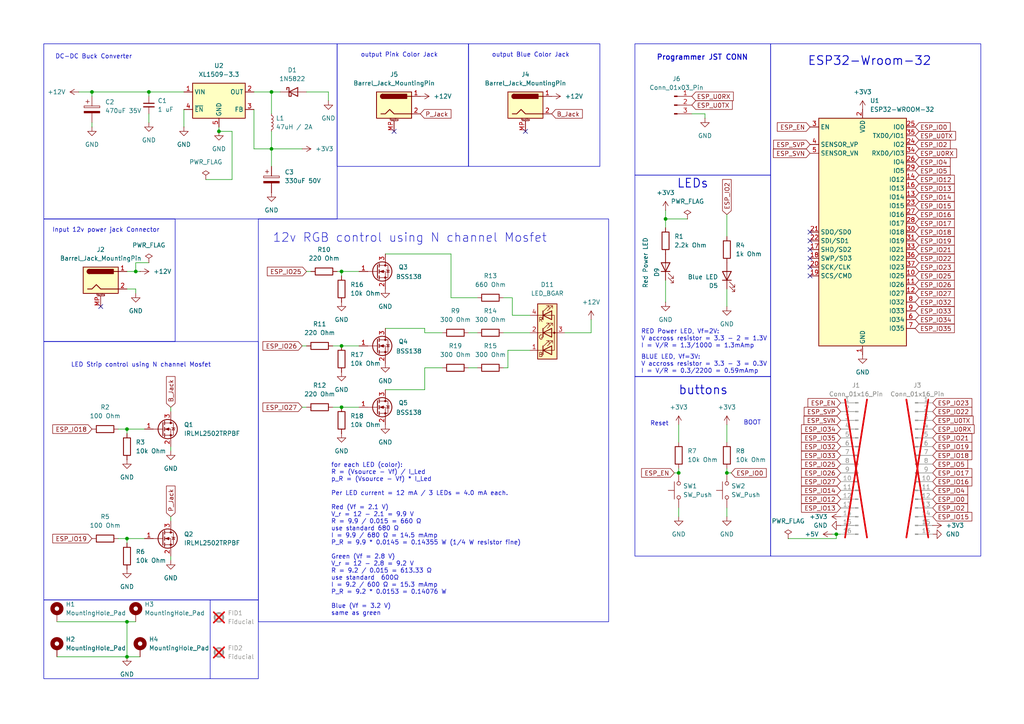
<source format=kicad_sch>
(kicad_sch (version 20250114) (generator "eeschema") (generator_version "9.0")
  (paper "A4")
  (title_block (title "Neon 1meter 12V") (date "2025-10-31") (rev "1_0"))
  (rectangle (start 12.7 12.7) (end 97.79 63.5))
  (rectangle (start 97.79 12.7) (end 135.89 48.26))
  (rectangle (start 12.7 99.06) (end 74.93 173.99))
  (rectangle (start 135.89 12.7) (end 173.99 48.26))
  (rectangle (start 12.7 63.5) (end 50.8 99.06))
  (rectangle (start 184.15 12.7) (end 223.52 50.8))
  (rectangle (start 184.15 109.22) (end 223.52 161.29))
  (rectangle (start 74.93 63.5) (end 176.53 180.34))
  (rectangle (start 184.15 50.8) (end 223.52 109.22))
  (rectangle (start 12.7 173.99) (end 74.93 196.85))
  (rectangle (start 223.52 12.7) (end 284.48 161.29))
  (text "ESP32-Wroom-32\n" (at 252.222 17.78 0) (effects (font (size 2.54 2.54) (thickness 0.254) (bold yes))))
  (text "LED Strip control using N channel Mosfet" (at 40.894 105.918 0) (effects (font (size 1.27 1.27))))
  (text "DC-DC Buck Converter" (at 27.178 16.51 0) (effects (font (size 1.27 1.27))))
  (text "buttons" (at 203.962 113.284 0) (effects (font (size 2.54 2.54) (thickness 0.254) (bold yes))))
  (text "output Pink Color Jack" (at 115.824 16.002 0) (effects (font (size 1.27 1.27))))
  (text "RED Power LED, Vf=2V:\nV accross resistor = 3.3 - 2 = 1.3V\nI = V/R = 1.3/1000 = 1.3mAmp" (at 185.928 98.298 0) (effects (font (size 1.27 1.27)) (justify left)))
  (text "Input 12v power jack Connector\n" (at 30.734 66.802 0) (effects (font (size 1.27 1.27))))
  (text "for each LED (color):\nR = (Vsource - Vf) / I_Led\np_R = (Vsource - Vf) * I_Led\n\nPer LED current = 12 mA / 3 LEDs = 4.0 mA each.\n\nRed (Vf = 2.1 V)\nV_r = 12 − 2.1 = 9.9 V\nR = 9.9 / 0.015 = 660 Ω \nuse standard 680 Ω\nI = 9.9 / 680 Ω = 14.5 mAmp\nP_R = 9.9 * 0.0145 = 0.14355 W (1/4 W resistor fine)\n\nGreen (Vf = 2.8 V)\nV_r = 12 − 2.8 = 9.2 V\nR = 9.2 / 0.015 = 613.33 Ω \nuse standard  600Ω\nI = 9.2 / 600 Ω = 15.3 mAmp\nP_R = 9.2 * 0.0153 = 0.14076 W\n\nBlue (Vf = 3.2 V)\nsame as green " (at 96.012 156.464 0) (effects (font (size 1.27 1.27)) (justify left)))
  (text "12v RGB control using N channel Mosfet" (at 118.872 69.088 0) (effects (font (size 2.54 2.54))))
  (text "Reset\n" (at 191.262 122.936 0) (effects (font (size 1.27 1.27))))
  (text "BLUE LED, Vf=3V:\nV accross resistor = 3.3 - 3 = 0.3V\nI = V/R = 0.3/2200 = 0.59mAmp" (at 185.928 105.664 0) (effects (font (size 1.27 1.27)) (justify left)))
  (text "LEDs" (at 200.914 53.34 0) (effects (font (size 2.54 2.54) (thickness 0.254) (bold yes))))
  (text "BOOT\n" (at 218.186 122.682 0) (effects (font (size 1.27 1.27))))
  (text "output Blue Color Jack" (at 153.924 16.002 0) (effects (font (size 1.27 1.27))))
  (text "Programmer JST CONN" (at 203.708 16.764 0) (effects (font (size 1.524 1.524) (thickness 0.254) (bold yes))))
  (text_box "SMD Componens:\n1) minimum SMD size are 1206 package\n2) all SMD components must be hand soldered footprint for easy assmebly" (at -58.42 20.32 0) (size 52.07 35.56) (margins 0.9525 0.9525 0.9525 0.9525) (effects (font (size 1.27 1.27)) (justify left top)))
  (junction (at 36.83 190.5))
  (junction (at 99.06 118.11))
  (junction (at 99.06 78.74))
  (junction (at 36.83 124.46))
  (junction (at 36.83 180.34))
  (junction (at 78.74 43.18))
  (junction (at 63.5 38.1))
  (junction (at 43.18 26.67))
  (junction (at 26.67 26.67))
  (junction (at 78.74 26.67))
  (junction (at 193.04 63.5))
  (junction (at 36.83 156.21))
  (junction (at 99.06 100.33))
  (junction (at 242.57 154.94))
  (junction (at 210.82 137.16))
  (junction (at 39.37 78.74))
  (junction (at 196.85 137.16))
  (no_connect (at 152.4 38.1))
  (no_connect (at 234.95 74.93))
  (no_connect (at 234.95 69.85))
  (no_connect (at 114.3 38.1))
  (no_connect (at 29.21 88.9))
  (no_connect (at 234.95 77.47))
  (no_connect (at 234.95 80.01))
  (no_connect (at 234.95 67.31))
  (no_connect (at 234.95 72.39))
  (wire (pts (xy 78.74 43.18) (xy 73.66 43.18)))
  (wire (pts (xy 130.81 86.36) (xy 138.43 86.36)))
  (wire (pts (xy 49.53 161.29) (xy 49.53 162.56)))
  (wire (pts (xy 36.83 190.5) (xy 40.64 190.5)))
  (wire (pts (xy 87.63 43.18) (xy 78.74 43.18)))
  (wire (pts (xy 210.82 137.16) (xy 212.09 137.16)))
  (wire (pts (xy 36.83 124.46) (xy 41.91 124.46)))
  (wire (pts (xy 146.05 106.68) (xy 147.32 106.68)))
  (wire (pts (xy 67.31 52.07) (xy 67.31 38.1)))
  (wire (pts (xy 123.19 106.68) (xy 128.27 106.68)))
  (wire (pts (xy 87.63 118.11) (xy 88.9 118.11)))
  (wire (pts (xy 104.14 118.11) (xy 99.06 118.11)))
  (wire (pts (xy 242.57 154.94) (xy 243.84 154.94)))
  (wire (pts (xy 196.85 147.32) (xy 196.85 149.86)))
  (wire (pts (xy 210.82 62.23) (xy 210.82 68.58)))
  (wire (pts (xy 36.83 180.34) (xy 39.37 180.34)))
  (wire (pts (xy 36.83 156.21) (xy 41.91 156.21)))
  (wire (pts (xy 138.43 96.52) (xy 135.89 96.52)))
  (wire (pts (xy 104.14 100.33) (xy 99.06 100.33)))
  (wire (pts (xy 39.37 78.74) (xy 36.83 78.74)))
  (wire (pts (xy 78.74 26.67) (xy 78.74 33.02)))
  (wire (pts (xy 196.85 135.89) (xy 196.85 137.16)))
  (wire (pts (xy 39.37 85.09) (xy 39.37 83.82)))
  (wire (pts (xy 78.74 43.18) (xy 78.74 38.1)))
  (wire (pts (xy 148.59 86.36) (xy 148.59 91.44)))
  (wire (pts (xy 16.51 180.34) (xy 36.83 180.34)))
  (wire (pts (xy 193.04 63.5) (xy 199.39 63.5)))
  (wire (pts (xy 90.17 78.74) (xy 88.9 78.74)))
  (wire (pts (xy 73.66 43.18) (xy 73.66 31.75)))
  (wire (pts (xy 123.19 95.25) (xy 111.76 95.25)))
  (wire (pts (xy 26.67 35.56) (xy 26.67 36.83)))
  (wire (pts (xy 210.82 123.19) (xy 210.82 128.27)))
  (wire (pts (xy 241.3 154.94) (xy 242.57 154.94)))
  (wire (pts (xy 196.85 137.16) (xy 195.58 137.16)))
  (wire (pts (xy 204.47 33.02) (xy 204.47 34.29)))
  (wire (pts (xy 200.66 33.02) (xy 204.47 33.02)))
  (wire (pts (xy 36.83 83.82) (xy 39.37 83.82)))
  (wire (pts (xy 242.57 156.21) (xy 242.57 154.94)))
  (wire (pts (xy 59.69 52.07) (xy 67.31 52.07)))
  (wire (pts (xy 73.66 26.67) (xy 78.74 26.67)))
  (wire (pts (xy 40.64 78.74) (xy 39.37 78.74)))
  (wire (pts (xy 53.34 31.75) (xy 53.34 36.83)))
  (wire (pts (xy 36.83 125.73) (xy 36.83 124.46)))
  (wire (pts (xy 43.18 76.2) (xy 39.37 76.2)))
  (wire (pts (xy 147.32 101.6) (xy 153.67 101.6)))
  (wire (pts (xy 171.45 96.52) (xy 163.83 96.52)))
  (wire (pts (xy 63.5 38.1) (xy 63.5 36.83)))
  (wire (pts (xy 99.06 118.11) (xy 96.52 118.11)))
  (wire (pts (xy 210.82 147.32) (xy 210.82 149.86)))
  (wire (pts (xy 123.19 113.03) (xy 123.19 106.68)))
  (wire (pts (xy 123.19 96.52) (xy 123.19 95.25)))
  (wire (pts (xy 111.76 73.66) (xy 130.81 73.66)))
  (wire (pts (xy 36.83 180.34) (xy 36.83 190.5)))
  (wire (pts (xy 49.53 118.11) (xy 49.53 119.38)))
  (wire (pts (xy 97.79 78.74) (xy 99.06 78.74)))
  (wire (pts (xy 146.05 86.36) (xy 148.59 86.36)))
  (wire (pts (xy 128.27 96.52) (xy 123.19 96.52)))
  (polyline (pts (xy 60.96 173.99) (xy 60.96 196.85)))
  (wire (pts (xy 148.59 91.44) (xy 153.67 91.44)))
  (wire (pts (xy 43.18 33.02) (xy 43.18 35.56)))
  (wire (pts (xy 87.63 100.33) (xy 88.9 100.33)))
  (wire (pts (xy 228.6 156.21) (xy 242.57 156.21)))
  (wire (pts (xy 196.85 123.19) (xy 196.85 128.27)))
  (wire (pts (xy 34.29 124.46) (xy 36.83 124.46)))
  (wire (pts (xy 67.31 38.1) (xy 63.5 38.1)))
  (wire (pts (xy 95.25 26.67) (xy 95.25 29.21)))
  (wire (pts (xy 16.51 190.5) (xy 36.83 190.5)))
  (wire (pts (xy 53.34 26.67) (xy 43.18 26.67)))
  (wire (pts (xy 99.06 78.74) (xy 104.14 78.74)))
  (wire (pts (xy 147.32 106.68) (xy 147.32 101.6)))
  (wire (pts (xy 34.29 156.21) (xy 36.83 156.21)))
  (wire (pts (xy 26.67 26.67) (xy 43.18 26.67)))
  (wire (pts (xy 78.74 26.67) (xy 81.28 26.67)))
  (wire (pts (xy 49.53 149.86) (xy 49.53 151.13)))
  (wire (pts (xy 36.83 157.48) (xy 36.83 156.21)))
  (wire (pts (xy 123.19 113.03) (xy 111.76 113.03)))
  (wire (pts (xy 22.86 26.67) (xy 26.67 26.67)))
  (wire (pts (xy 43.18 26.67) (xy 43.18 27.94)))
  (wire (pts (xy 78.74 43.18) (xy 78.74 48.26)))
  (wire (pts (xy 146.05 96.52) (xy 153.67 96.52)))
  (wire (pts (xy 210.82 135.89) (xy 210.82 137.16)))
  (wire (pts (xy 171.45 92.71) (xy 171.45 96.52)))
  (wire (pts (xy 26.67 27.94) (xy 26.67 26.67)))
  (wire (pts (xy 135.89 106.68) (xy 138.43 106.68)))
  (wire (pts (xy 193.04 81.28) (xy 193.04 87.63)))
  (wire (pts (xy 88.9 26.67) (xy 95.25 26.67)))
  (wire (pts (xy 210.82 83.82) (xy 210.82 88.9)))
  (wire (pts (xy 130.81 73.66) (xy 130.81 86.36)))
  (wire (pts (xy 193.04 63.5) (xy 193.04 66.04)))
  (wire (pts (xy 193.04 60.96) (xy 193.04 63.5)))
  (wire (pts (xy 49.53 129.54) (xy 49.53 130.81)))
  (wire (pts (xy 99.06 80.01) (xy 99.06 78.74)))
  (wire (pts (xy 39.37 76.2) (xy 39.37 78.74)))
  (wire (pts (xy 99.06 100.33) (xy 96.52 100.33)))
  (global_label "ESP_U0RX" (shape input) (at 265.43 44.45 0) (property "Intersheetrefs" "${INTERSHEET_REFS}" (effects (hide yes))))
  (global_label "ESP_IO0" (shape input) (at 212.09 137.16 0) (property "Intersheetrefs" "${INTERSHEET_REFS}" (effects (hide yes))))
  (global_label "ESP_IO19" (shape input) (at 26.67 156.21 180) (property "Intersheetrefs" "${INTERSHEET_REFS}" (effects (hide yes))))
  (global_label "ESP_EN" (shape input) (at 195.58 137.16 180) (property "Intersheetrefs" "${INTERSHEET_REFS}" (effects (hide yes))))
  (global_label "B_Jack" (shape input) (at 49.53 118.11 90) (property "Intersheetrefs" "${INTERSHEET_REFS}" (effects (hide yes))))
  (global_label "ESP_IO4" (shape input) (at 270.51 142.24 0) (property "Intersheetrefs" "${INTERSHEET_REFS}" (effects (hide yes))))
  (global_label "ESP_IO23" (shape input) (at 265.43 77.47 0) (property "Intersheetrefs" "${INTERSHEET_REFS}" (effects (hide yes))))
  (global_label "ESP_U0TX" (shape input) (at 270.51 121.92 0) (property "Intersheetrefs" "${INTERSHEET_REFS}" (effects (hide yes))))
  (global_label "ESP_IO18" (shape input) (at 270.51 132.08 0) (property "Intersheetrefs" "${INTERSHEET_REFS}" (effects (hide yes))))
  (global_label "ESP_IO32" (shape input) (at 243.84 129.54 180) (property "Intersheetrefs" "${INTERSHEET_REFS}" (effects (hide yes))))
  (global_label "ESP_SVP" (shape input) (at 234.95 41.91 180) (property "Intersheetrefs" "${INTERSHEET_REFS}" (effects (hide yes))))
  (global_label "ESP_IO19" (shape input) (at 270.51 129.54 0) (property "Intersheetrefs" "${INTERSHEET_REFS}" (effects (hide yes))))
  (global_label "ESP_IO35" (shape input) (at 243.84 127 180) (property "Intersheetrefs" "${INTERSHEET_REFS}" (effects (hide yes))))
  (global_label "ESP_IO26" (shape input) (at 243.84 137.16 180) (property "Intersheetrefs" "${INTERSHEET_REFS}" (effects (hide yes))))
  (global_label "ESP_IO35" (shape input) (at 265.43 95.25 0) (property "Intersheetrefs" "${INTERSHEET_REFS}" (effects (hide yes))))
  (global_label "ESP_SVP" (shape input) (at 243.84 119.38 180) (property "Intersheetrefs" "${INTERSHEET_REFS}" (effects (hide yes))))
  (global_label "ESP_IO25" (shape input) (at 88.9 78.74 180) (property "Intersheetrefs" "${INTERSHEET_REFS}" (effects (hide yes))))
  (global_label "B_Jack" (shape input) (at 160.02 33.02 0) (property "Intersheetrefs" "${INTERSHEET_REFS}" (effects (hide yes))))
  (global_label "ESP_IO15" (shape input) (at 270.51 149.86 0) (property "Intersheetrefs" "${INTERSHEET_REFS}" (effects (hide yes))))
  (global_label "ESP_IO27" (shape input) (at 265.43 85.09 0) (property "Intersheetrefs" "${INTERSHEET_REFS}" (effects (hide yes))))
  (global_label "ESP_IO26" (shape input) (at 87.63 100.33 180) (property "Intersheetrefs" "${INTERSHEET_REFS}" (effects (hide yes))))
  (global_label "ESP_IO22" (shape input) (at 270.51 119.38 0) (property "Intersheetrefs" "${INTERSHEET_REFS}" (effects (hide yes))))
  (global_label "ESP_IO21" (shape input) (at 265.43 72.39 0) (property "Intersheetrefs" "${INTERSHEET_REFS}" (effects (hide yes))))
  (global_label "ESP_IO2" (shape input) (at 265.43 41.91 0) (property "Intersheetrefs" "${INTERSHEET_REFS}" (effects (hide yes))))
  (global_label "ESP_U0RX" (shape input) (at 270.51 124.46 0) (property "Intersheetrefs" "${INTERSHEET_REFS}" (effects (hide yes))))
  (global_label "ESP_IO15" (shape input) (at 265.43 59.69 0) (property "Intersheetrefs" "${INTERSHEET_REFS}" (effects (hide yes))))
  (global_label "ESP_EN" (shape input) (at 243.84 116.84 180) (property "Intersheetrefs" "${INTERSHEET_REFS}" (effects (hide yes))))
  (global_label "ESP_IO2" (shape input) (at 270.51 147.32 0) (property "Intersheetrefs" "${INTERSHEET_REFS}" (effects (hide yes))))
  (global_label "ESP_IO16" (shape input) (at 265.43 62.23 0) (property "Intersheetrefs" "${INTERSHEET_REFS}" (effects (hide yes))))
  (global_label "ESP_IO33" (shape input) (at 243.84 132.08 180) (property "Intersheetrefs" "${INTERSHEET_REFS}" (effects (hide yes))))
  (global_label "ESP_IO22" (shape input) (at 265.43 74.93 0) (property "Intersheetrefs" "${INTERSHEET_REFS}" (effects (hide yes))))
  (global_label "ESP_IO5" (shape input) (at 270.51 134.62 0) (property "Intersheetrefs" "${INTERSHEET_REFS}" (effects (hide yes))))
  (global_label "ESP_IO18" (shape input) (at 26.67 124.46 180) (property "Intersheetrefs" "${INTERSHEET_REFS}" (effects (hide yes))))
  (global_label "ESP_IO13" (shape input) (at 243.84 147.32 180) (property "Intersheetrefs" "${INTERSHEET_REFS}" (effects (hide yes))))
  (global_label "ESP_IO19" (shape input) (at 265.43 69.85 0) (property "Intersheetrefs" "${INTERSHEET_REFS}" (effects (hide yes))))
  (global_label "ESP_IO14" (shape input) (at 265.43 57.15 0) (property "Intersheetrefs" "${INTERSHEET_REFS}" (effects (hide yes))))
  (global_label "ESP_SVN" (shape input) (at 234.95 44.45 180) (property "Intersheetrefs" "${INTERSHEET_REFS}" (effects (hide yes))))
  (global_label "ESP_IO2" (shape input) (at 210.82 62.23 90) (property "Intersheetrefs" "${INTERSHEET_REFS}" (effects (hide yes))))
  (global_label "ESP_IO17" (shape input) (at 265.43 64.77 0) (property "Intersheetrefs" "${INTERSHEET_REFS}" (effects (hide yes))))
  (global_label "ESP_IO34" (shape input) (at 243.84 124.46 180) (property "Intersheetrefs" "${INTERSHEET_REFS}" (effects (hide yes))))
  (global_label "ESP_IO12" (shape input) (at 265.43 52.07 0) (property "Intersheetrefs" "${INTERSHEET_REFS}" (effects (hide yes))))
  (global_label "ESP_IO25" (shape input) (at 265.43 80.01 0) (property "Intersheetrefs" "${INTERSHEET_REFS}" (effects (hide yes))))
  (global_label "ESP_IO4" (shape input) (at 265.43 46.99 0) (property "Intersheetrefs" "${INTERSHEET_REFS}" (effects (hide yes))))
  (global_label "ESP_IO14" (shape input) (at 243.84 142.24 180) (property "Intersheetrefs" "${INTERSHEET_REFS}" (effects (hide yes))))
  (global_label "ESP_IO32" (shape input) (at 265.43 87.63 0) (property "Intersheetrefs" "${INTERSHEET_REFS}" (effects (hide yes))))
  (global_label "P_Jack" (shape input) (at 121.92 33.02 0) (property "Intersheetrefs" "${INTERSHEET_REFS}" (effects (hide yes))))
  (global_label "ESP_IO16" (shape input) (at 270.51 139.7 0) (property "Intersheetrefs" "${INTERSHEET_REFS}" (effects (hide yes))))
  (global_label "ESP_IO33" (shape input) (at 265.43 90.17 0) (property "Intersheetrefs" "${INTERSHEET_REFS}" (effects (hide yes))))
  (global_label "ESP_IO34" (shape input) (at 265.43 92.71 0) (property "Intersheetrefs" "${INTERSHEET_REFS}" (effects (hide yes))))
  (global_label "ESP_IO23" (shape input) (at 270.51 116.84 0) (property "Intersheetrefs" "${INTERSHEET_REFS}" (effects (hide yes))))
  (global_label "ESP_U0TX" (shape input) (at 200.66 30.48 0) (property "Intersheetrefs" "${INTERSHEET_REFS}" (effects (hide yes))))
  (global_label "ESP_IO5" (shape input) (at 265.43 49.53 0) (property "Intersheetrefs" "${INTERSHEET_REFS}" (effects (hide yes))))
  (global_label "ESP_IO0" (shape input) (at 270.51 144.78 0) (property "Intersheetrefs" "${INTERSHEET_REFS}" (effects (hide yes))))
  (global_label "ESP_U0RX" (shape input) (at 200.66 27.94 0) (property "Intersheetrefs" "${INTERSHEET_REFS}" (effects (hide yes))))
  (global_label "ESP_IO18" (shape input) (at 265.43 67.31 0) (property "Intersheetrefs" "${INTERSHEET_REFS}" (effects (hide yes))))
  (global_label "ESP_U0TX" (shape input) (at 265.43 39.37 0) (property "Intersheetrefs" "${INTERSHEET_REFS}" (effects (hide yes))))
  (global_label "ESP_IO0" (shape input) (at 265.43 36.83 0) (property "Intersheetrefs" "${INTERSHEET_REFS}" (effects (hide yes))))
  (global_label "ESP_IO26" (shape input) (at 265.43 82.55 0) (property "Intersheetrefs" "${INTERSHEET_REFS}" (effects (hide yes))))
  (global_label "ESP_IO27" (shape input) (at 243.84 139.7 180) (property "Intersheetrefs" "${INTERSHEET_REFS}" (effects (hide yes))))
  (global_label "ESP_EN" (shape input) (at 234.95 36.83 180) (property "Intersheetrefs" "${INTERSHEET_REFS}" (effects (hide yes))))
  (global_label "ESP_IO27" (shape input) (at 87.63 118.11 180) (property "Intersheetrefs" "${INTERSHEET_REFS}" (effects (hide yes))))
  (global_label "ESP_IO13" (shape input) (at 265.43 54.61 0) (property "Intersheetrefs" "${INTERSHEET_REFS}" (effects (hide yes))))
  (global_label "ESP_IO12" (shape input) (at 243.84 144.78 180) (property "Intersheetrefs" "${INTERSHEET_REFS}" (effects (hide yes))))
  (global_label "ESP_IO21" (shape input) (at 270.51 127 0) (property "Intersheetrefs" "${INTERSHEET_REFS}" (effects (hide yes))))
  (global_label "ESP_SVN" (shape input) (at 243.84 121.92 180) (property "Intersheetrefs" "${INTERSHEET_REFS}" (effects (hide yes))))
  (global_label "ESP_IO17" (shape input) (at 270.51 137.16 0) (property "Intersheetrefs" "${INTERSHEET_REFS}" (effects (hide yes))))
  (global_label "ESP_IO25" (shape input) (at 243.84 134.62 180) (property "Intersheetrefs" "${INTERSHEET_REFS}" (effects (hide yes))))
  (global_label "P_Jack" (shape input) (at 49.53 149.86 90) (property "Intersheetrefs" "${INTERSHEET_REFS}" (effects (hide yes))))
  (symbol (lib_id "Device:R") (at 30.48 156.21 270) (unit 1)
    (property "Reference" "R5" (at 30.48 149.86 90))
    (property "Value" "100 Ohm" (at 30.48 152.4 90))
    (property "Footprint" "Resistor_SMD:R_1206_3216Metric_Pad1.30x1.75mm_HandSolder" (effects (hide yes)))
    (property "Description" "Resistor" (effects (hide yes)))
    (property "link" "https://uge-one.com/product/smd-chip-resistor-size-1206-100r-ohm/" (effects (hide yes)))
  )
  (symbol (lib_id "Device:R") (at 142.24 86.36 270) (unit 1)
    (property "Reference" "R13" (at 142.24 80.01 90))
    (property "Value" "660 Ohm" (at 142.24 82.55 90))
    (property "Footprint" "Resistor_SMD:R_1206_3216Metric_Pad1.30x1.75mm_HandSolder" (effects (hide yes)))
    (property "Description" "Resistor" (effects (hide yes)))
    (property "link" "https://makerselectronics.com/product/chip-resistor-smd-680%cf%89-%c2%b11-250mw-1206/" (effects (hide yes)))
  )
  (symbol (lib_id "power:GND") (at 111.76 105.41 0) (unit 1)
    (property "Reference" "#PWR027" (effects (hide yes)))
    (property "Value" "GND" (at 111.76 110.49 0))
    (property "Description" "Power symbol creates a global label with name \"GND\" , ground" (effects (hide yes)))
  )
  (symbol (lib_id "power:GND") (at 36.83 165.1 0) (unit 1)
    (property "Reference" "#PWR010" (effects (hide yes)))
    (property "Value" "GND" (at 36.83 170.18 0))
    (property "Description" "Power symbol creates a global label with name \"GND\" , ground" (effects (hide yes)))
  )
  (symbol (lib_id "Mechanical:MountingHole_Pad") (at 39.37 177.8 0) (unit 1) (in_bom no)
    (property "Reference" "H3" (at 41.91 175.2599 0) (effects (justify left)))
    (property "Value" "MountingHole_Pad" (at 41.91 177.7999 0) (effects (justify left)))
    (property "Footprint" "MountingHole:MountingHole_3.2mm_M3_Pad_Via" (effects (hide yes)))
    (property "Description" "Mounting Hole with connection" (effects (hide yes)))
  )
  (symbol (lib_id "power:+12V") (at 121.92 27.94 270) (unit 1)
    (property "Reference" "#PWR024" (effects (hide yes)))
    (property "Value" "+12V" (at 125.73 27.9399 90) (effects (justify left)))
    (property "Description" "Power symbol creates a global label with name \"+12V\"" (effects (hide yes)))
  )
  (symbol (lib_id "Mechanical:MountingHole_Pad") (at 40.64 187.96 0) (unit 1) (in_bom no)
    (property "Reference" "H4" (at 43.18 185.4199 0) (effects (justify left)))
    (property "Value" "MountingHole_Pad" (at 43.18 187.9599 0) (effects (justify left)))
    (property "Footprint" "MountingHole:MountingHole_3.2mm_M3_Pad_Via" (effects (hide yes)))
    (property "Description" "Mounting Hole with connection" (effects (hide yes)))
  )
  (symbol (lib_id "Mechanical:MountingHole_Pad") (at 16.51 187.96 0) (unit 1) (in_bom no)
    (property "Reference" "H2" (at 19.05 185.4199 0) (effects (justify left)))
    (property "Value" "MountingHole_Pad" (at 19.05 187.9599 0) (effects (justify left)))
    (property "Footprint" "MountingHole:MountingHole_3.2mm_M3_Pad_Via" (effects (hide yes)))
    (property "Description" "Mounting Hole with connection" (effects (hide yes)))
  )
  (symbol (lib_id "Connector:Barrel_Jack_MountingPin") (at 114.3 30.48 0) (unit 1)
    (property "Reference" "J5" (at 114.3 21.59 0))
    (property "Value" "Barrel_Jack_MountingPin" (at 114.3 24.13 0))
    (property "Description" "DC Barrel Jack with a mounting pin" (effects (hide yes)))
  )
  (symbol (lib_id "power:GND") (at 111.76 83.82 0) (unit 1)
    (property "Reference" "#PWR026" (effects (hide yes)))
    (property "Value" "GND" (at 111.76 88.9 0))
    (property "Description" "Power symbol creates a global label with name \"GND\" , ground" (effects (hide yes)))
  )
  (symbol (lib_id "power:GND") (at 196.85 149.86 0) (unit 1)
    (property "Reference" "#PWR037" (effects (hide yes)))
    (property "Value" "GND" (at 196.85 154.94 0))
    (property "Description" "Power symbol creates a global label with name \"GND\" , ground" (effects (hide yes)))
  )
  (symbol (lib_id "Connector:Barrel_Jack_MountingPin") (at 152.4 30.48 0) (unit 1)
    (property "Reference" "J4" (at 152.4 21.59 0))
    (property "Value" "Barrel_Jack_MountingPin" (at 152.4 24.13 0))
    (property "Description" "DC Barrel Jack with a mounting pin" (effects (hide yes)))
  )
  (symbol (lib_id "power:PWR_FLAG") (at 43.18 76.2 0) (unit 1)
    (property "Reference" "#FLG02" (effects (hide yes)))
    (property "Value" "PWR_FLAG" (at 43.18 71.12 0))
    (property "Description" "Special symbol for telling ERC where power comes from" (effects (hide yes)))
  )
  (symbol (lib_id "Device:R") (at 92.71 118.11 270) (unit 1)
    (property "Reference" "R12" (at 92.71 111.76 90))
    (property "Value" "220 Ohm" (at 92.71 114.3 90))
    (property "Footprint" "Resistor_SMD:R_1206_3216Metric_Pad1.30x1.75mm_HandSolder" (effects (hide yes)))
    (property "Description" "Resistor" (effects (hide yes)))
    (property "link" "https://uge-one.com/product/smd-chip-resistor-size-1206-220r-ohm/?srsltid=AfmBOoqmkuXwKrfJ3VxJ5AIPn5xc8j2ZOYO0PqRCmSUCAxMBlBADOpRb" (effects (hide yes)))
  )
  (symbol (lib_id "power:GND") (at 204.47 34.29 0) (unit 1)
    (property "Reference" "#PWR011" (effects (hide yes)))
    (property "Value" "GND" (at 204.47 39.37 0))
    (property "Description" "Power symbol creates a global label with name \"GND\" , ground" (effects (hide yes)))
  )
  (symbol (lib_id "Device:L_Small") (at 78.74 35.56 0) (unit 1)
    (property "Reference" "L1" (at 80.01 34.2899 0) (effects (justify left)))
    (property "Value" "47uH / 2A" (at 80.01 36.8299 0) (effects (justify left)))
    (property "Footprint" "CD43_Inductor:CD43" (effects (hide yes)))
    (property "Description" "Inductor, small symbol" (effects (hide yes)))
    (property "link" "https://uge-one.com/product/smd-power-inductor-470uh-4-5x4x3-2mm-cd43/" (effects (hide yes)))
  )
  (symbol (lib_id "Device:R") (at 99.06 83.82 0) (unit 1)
    (property "Reference" "R16" (at 101.6 82.5499 0) (effects (justify left)))
    (property "Value" "10k Ohm" (at 101.6 85.0899 0) (effects (justify left)))
    (property "Footprint" "Resistor_SMD:R_0805_2012Metric_Pad1.20x1.40mm_HandSolder" (effects (hide yes)))
    (property "Description" "Resistor" (effects (hide yes)))
    (property "link" "https://uge-one.com/product/0805-smd-chip-resistor-10k/?srsltid=AfmBOorGllG0mYHf8TnX2S13KIvxT3n0IIoJoriv-BR9zB-dGtGjm2Vg" (effects (hide yes)))
  )
  (symbol (lib_id "power:GND") (at 78.74 55.88 0) (unit 1)
    (property "Reference" "#PWR05" (effects (hide yes)))
    (property "Value" "GND" (at 78.74 60.96 0))
    (property "Description" "Power symbol creates a global label with name \"GND\" , ground" (effects (hide yes)))
  )
  (symbol (lib_id "Device:D_Schottky") (at 85.09 26.67 0) (unit 1)
    (property "Reference" "D1" (at 84.7725 20.32 0))
    (property "Value" "1N5822" (at 84.7725 22.86 0))
    (property "Footprint" "Diode_SMD:D_SMA" (effects (hide yes)))
    (property "Description" "Schottky diode" (effects (hide yes)))
    (property "link" "https://uge-one.com/product/smd-schottky-diode-3a-40v-1n5822-ss34-sma/" (effects (hide yes)))
  )
  (symbol (lib_id "power:GND") (at 43.18 35.56 0) (unit 1)
    (property "Reference" "#PWR02" (effects (hide yes)))
    (property "Value" "GND" (at 43.18 40.64 0))
    (property "Description" "Power symbol creates a global label with name \"GND\" , ground" (effects (hide yes)))
  )
  (symbol (lib_id "Connector:Conn_01x03_Pin") (at 195.58 30.48 0) (unit 1)
    (property "Reference" "J6" (at 196.215 22.86 0))
    (property "Value" "Conn_01x03_Pin" (at 196.215 25.4 0))
    (property "Footprint" "Connector_PinHeader_2.54mm:PinHeader_1x03_P2.54mm_Vertical" (effects (hide yes)))
    (property "Description" "Generic connector, single row, 01x03, script generated" (effects (hide yes)))
    (property "link" "https://microohm-eg.com/product/jst-3-pin-90-degree-male-connector/" (effects (hide yes)))
  )
  (symbol (lib_id "power:+12V") (at 171.45 92.71 0) (unit 1)
    (property "Reference" "#PWR025" (effects (hide yes)))
    (property "Value" "+12V" (at 171.45 87.63 0))
    (property "Description" "Power symbol creates a global label with name \"+12V\"" (effects (hide yes)))
  )
  (symbol (lib_id "power:+3V3") (at 210.82 123.19 0) (unit 1)
    (property "Reference" "#PWR038" (effects (hide yes)))
    (property "Value" "+3V3" (at 210.82 118.11 0))
    (property "Description" "Power symbol creates a global label with name \"+3V3\"" (effects (hide yes)))
  )
  (symbol (lib_id "power:GND") (at 99.06 125.73 0) (unit 1)
    (property "Reference" "#PWR031" (effects (hide yes)))
    (property "Value" "GND" (at 99.06 130.81 0))
    (property "Description" "Power symbol creates a global label with name \"GND\" , ground" (effects (hide yes)))
  )
  (symbol (lib_id "Device:C_Small") (at 43.18 30.48 0) (unit 1)
    (property "Reference" "C1" (at 45.72 29.2162 0) (effects (justify left)))
    (property "Value" "1 uF" (at 45.72 31.7562 0) (effects (justify left)))
    (property "Footprint" "Capacitor_SMD:C_1206_3216Metric" (effects (hide yes)))
    (property "Description" "Unpolarized capacitor, small symbol" (effects (hide yes)))
    (property "link" "https://uge-one.com/product/smd-chip-capacitor-size-1206-1uf/" (effects (hide yes)))
  )
  (symbol (lib_id "Transistor_FET:BSS138") (at 46.99 124.46 0) (unit 1)
    (property "Reference" "Q1" (at 53.34 123.1899 0) (effects (justify left)))
    (property "Value" "IRLML2502TRPBF" (at 53.34 125.7299 0) (effects (justify left)))
    (property "Footprint" "custom_SOT23:custom_SOT23" (effects (hide yes)))
    (property "Datasheet" "https://www.infineon.com/assets/row/public/documents/24/49/infineon-irlml2502-datasheet-en.pdf" (effects (hide yes)))
    (property "Description" "20V Vds, 4.2A Id, N-Channel MOSFET, SOT-23" (effects (hide yes)))
    (property "link" "https://uge-one.com/product/smd-irlml2502trpbf-sot-23-mosfet/?srsltid=AfmBOoqixCZKi2_Rw_QPyVd6y4KRdvrHyCsGijRPH4lNedpiwvgNOyGw" (effects (hide yes)))
  )
  (symbol (lib_id "power:GND") (at 193.04 87.63 0) (unit 1)
    (property "Reference" "#PWR018" (effects (hide yes)))
    (property "Value" "GND" (at 193.04 92.71 0))
    (property "Description" "Power symbol creates a global label with name \"GND\" , ground" (effects (hide yes)))
  )
  (symbol (lib_id "Mechanical:MountingHole_Pad") (at 16.51 177.8 0) (unit 1) (in_bom no)
    (property "Reference" "H1" (at 19.05 175.2599 0) (effects (justify left)))
    (property "Value" "MountingHole_Pad" (at 19.05 177.7999 0) (effects (justify left)))
    (property "Footprint" "MountingHole:MountingHole_3.2mm_M3_Pad_Via" (effects (hide yes)))
    (property "Description" "Mounting Hole with connection" (effects (hide yes)))
  )
  (symbol (lib_id "Device:R") (at 92.71 100.33 270) (unit 1)
    (property "Reference" "R11" (at 92.71 93.98 90))
    (property "Value" "220 Ohm" (at 92.71 96.52 90))
    (property "Footprint" "Resistor_SMD:R_1206_3216Metric_Pad1.30x1.75mm_HandSolder" (effects (hide yes)))
    (property "Description" "Resistor" (effects (hide yes)))
    (property "link" "https://uge-one.com/product/smd-chip-resistor-size-1206-220r-ohm/?srsltid=AfmBOoqmkuXwKrfJ3VxJ5AIPn5xc8j2ZOYO0PqRCmSUCAxMBlBADOpRb" (effects (hide yes)))
  )
  (symbol (lib_id "Device:R") (at 99.06 121.92 0) (unit 1)
    (property "Reference" "R18" (at 101.6 120.6499 0) (effects (justify left)))
    (property "Value" "10k Ohm" (at 101.6 123.1899 0) (effects (justify left)))
    (property "Footprint" "Resistor_SMD:R_0805_2012Metric_Pad1.20x1.40mm_HandSolder" (effects (hide yes)))
    (property "Description" "Resistor" (effects (hide yes)))
    (property "link" "https://uge-one.com/product/0805-smd-chip-resistor-10k/?srsltid=AfmBOorGllG0mYHf8TnX2S13KIvxT3n0IIoJoriv-BR9zB-dGtGjm2Vg" (effects (hide yes)))
  )
  (symbol (lib_id "power:GND") (at 53.34 36.83 0) (unit 1)
    (property "Reference" "#PWR06" (effects (hide yes)))
    (property "Value" "GND" (at 53.34 41.91 0))
    (property "Description" "Power symbol creates a global label with name \"GND\" , ground" (effects (hide yes)))
  )
  (symbol (lib_id "Device:R") (at 132.08 106.68 270) (unit 1)
    (property "Reference" "R19" (at 132.08 100.33 90))
    (property "Value" "300 Ohm" (at 132.08 102.87 90))
    (property "Footprint" "Resistor_SMD:R_1206_3216Metric_Pad1.30x1.75mm_HandSolder" (effects (hide yes)))
    (property "Description" "Resistor" (effects (hide yes)))
    (property "link" "https://uge-one.com/product/smd-chip-resistor-size-1206-300r-ohm/" (effects (hide yes)))
  )
  (symbol (lib_id "power:+3V3") (at 196.85 123.19 0) (unit 1)
    (property "Reference" "#PWR036" (effects (hide yes)))
    (property "Value" "+3V3" (at 196.85 118.11 0))
    (property "Description" "Power symbol creates a global label with name \"+3V3\"" (effects (hide yes)))
  )
  (symbol (lib_id "RF_Module:ESP32-WROOM-32") (at 250.19 67.31 0) (unit 1)
    (property "Reference" "U1" (at 252.3333 29.21 0) (effects (justify left)))
    (property "Value" "ESP32-WROOM-32" (at 252.3333 31.75 0) (effects (justify left)))
    (property "Footprint" "RF_Module:ESP32-WROOM-32" (effects (hide yes)))
    (property "Datasheet" "https://www.espressif.com/sites/default/files/documentation/esp32-wroom-32_datasheet_en.pdf" (effects (hide yes)))
    (property "Description" "RF Module, ESP32-D0WDQ6 SoC, Wi-Fi 802.11b/g/n, Bluetooth, BLE, 32-bit, 2.7-3.6V, onboard antenna, SMD" (effects (hide yes)))
    (property "link" "https://uge-one.com/product/espressif-esp32-wroom-32-dual-core-wi-fi-bluetooth-iot-module/" (effects (hide yes)))
  )
  (symbol (lib_id "power:GND") (at 99.06 107.95 0) (unit 1)
    (property "Reference" "#PWR030" (effects (hide yes)))
    (property "Value" "GND" (at 99.06 113.03 0))
    (property "Description" "Power symbol creates a global label with name \"GND\" , ground" (effects (hide yes)))
  )
  (symbol (lib_id "Device:R") (at 210.82 132.08 180) (unit 1)
    (property "Reference" "R8" (at 213.36 130.8099 0) (effects (justify right)))
    (property "Value" "10k Ohm" (at 213.36 133.3499 0) (effects (justify right)))
    (property "Footprint" "Resistor_SMD:R_0805_2012Metric_Pad1.20x1.40mm_HandSolder" (effects (hide yes)))
    (property "Description" "Resistor" (effects (hide yes)))
    (property "link" "https://uge-one.com/product/0805-smd-chip-resistor-10k/?srsltid=AfmBOorGllG0mYHf8TnX2S13KIvxT3n0IIoJoriv-BR9zB-dGtGjm2Vg" (effects (hide yes)))
  )
  (symbol (lib_id "Device:R") (at 196.85 132.08 180) (unit 1)
    (property "Reference" "R7" (at 199.39 130.8099 0) (effects (justify right)))
    (property "Value" "10k Ohm" (at 199.39 133.3499 0) (effects (justify right)))
    (property "Footprint" "Resistor_SMD:R_0805_2012Metric_Pad1.20x1.40mm_HandSolder" (effects (hide yes)))
    (property "Description" "Resistor" (effects (hide yes)))
    (property "link" "https://uge-one.com/product/0805-smd-chip-resistor-10k/?srsltid=AfmBOorGllG0mYHf8TnX2S13KIvxT3n0IIoJoriv-BR9zB-dGtGjm2Vg" (effects (hide yes)))
  )
  (symbol (lib_id "Transistor_FET:BSS138") (at 109.22 118.11 0) (unit 1)
    (property "Reference" "Q5" (at 115.57 116.8399 0) (effects (justify left)))
    (property "Value" "BSS138" (at 114.808 119.634 0) (effects (justify left)))
    (property "Footprint" "Package_TO_SOT_SMD:SOT-23" (effects (hide yes)))
    (property "Datasheet" "https://www.onsemi.com/pub/Collateral/BSS138-D.PDF" (effects (hide yes)))
    (property "Description" "50V Vds, 0.22A Id, N-Channel MOSFET, SOT-23" (effects (hide yes)))
    (property "link" "https://makerselectronics.com/product/smd-mosfet-transistor-bss138-j1-50v-220ma-3-5%CF%8910v220ma-360mw-n-channel-sot-23/?srsltid=AfmBOorKPkIxsAwv-3Onwyym6kfiJ7AE8Pv9g0Pld8GAUTAgILHxbmr_" (effects (hide yes)))
  )
  (symbol (lib_id "Device:C_Polarized") (at 78.74 52.07 0) (unit 1)
    (property "Reference" "C3" (at 82.55 49.9109 0) (effects (justify left)))
    (property "Value" "330uF 50V" (at 82.55 52.4509 0) (effects (justify left)))
    (property "Footprint" "Capacitor_SMD:CP_Elec_10x10.5" (effects (hide yes)))
    (property "Description" "Polarized capacitor" (effects (hide yes)))
    (property "link" "https://uge-one.com/product/smd-aluminum-electrolytic-capacitor-330uf-50v-1010-5-mm/" (effects (hide yes)))
  )
  (symbol (lib_id "Regulator_Switching:XL1509-3.3") (at 63.5 29.21 0) (unit 1)
    (property "Reference" "U2" (at 63.5 19.05 0))
    (property "Value" "XL1509-3.3" (at 63.5 21.59 0))
    (property "Footprint" "Package_SO:SOIC-8_3.9x4.9mm_P1.27mm" (effects (hide yes)))
    (property "Datasheet" "https://www.umw-ic.com/static/pdf/6d0de0df0601125485b32f8b2d74275d.pdf" (effects (hide yes)))
    (property "Description" "Buck DC/DC Converter, 2A, 3.3V Output Voltage, 4.5-40V Input Voltage" (effects (hide yes)))
    (property "link" "https://uge-one.com/product/xl1509-3-3e1-2a-150khz-buck-dc-dc-step-down-converter-regulator-ic-smd/?srsltid=AfmBOoo-d0v4w8P7LjpvPGnwJM-lnyFaeHPU-1Q8rCWLEaeI_F_a5hk3" (effects (hide yes)))
  )
  (symbol (lib_id "Mechanical:Fiducial") (at 63.5 189.23 0) (unit 1) (in_bom no) (on_board no) (dnp yes)
    (property "Reference" "FID2" (at 66.04 187.9599 0) (effects (justify left)))
    (property "Value" "Fiducial" (at 66.04 190.4999 0) (effects (justify left)))
    (property "Footprint" "Fiducial:Fiducial_0.5mm_Mask1.5mm" (effects (hide yes)))
    (property "Description" "Fiducial Marker" (effects (hide yes)))
  )
  (symbol (lib_id "Switch:SW_Push") (at 196.85 142.24 90) (unit 1)
    (property "Reference" "SW1" (at 198.12 140.9699 90) (effects (justify right)))
    (property "Value" "SW_Push" (at 198.12 143.5099 90) (effects (justify right)))
    (property "Footprint" "TS_button_3_4_2:TS_button_3_4_2" (effects (hide yes)))
    (property "Datasheet" "https://uge-one.com/product/smd-micro-push-button-switch-2p-3x4x2mm/" (effects (hide yes)))
    (property "Description" "Push button switch, generic, two pins" (effects (hide yes)))
    (property "link" "https://uge-one.com/product/smd-micro-push-button-switch-2p-3x4x2mm/" (effects (hide yes)))
  )
  (symbol (lib_id "Mechanical:Fiducial") (at 63.5 179.07 0) (unit 1) (in_bom no) (on_board no) (dnp yes)
    (property "Reference" "FID1" (at 66.04 177.7999 0) (effects (justify left)))
    (property "Value" "Fiducial" (at 66.04 180.3399 0) (effects (justify left)))
    (property "Footprint" "Fiducial:Fiducial_0.5mm_Mask1.5mm" (effects (hide yes)))
    (property "Description" "Fiducial Marker" (effects (hide yes)))
  )
  (symbol (lib_id "power:GND") (at 63.5 38.1 0) (unit 1)
    (property "Reference" "#PWR01" (effects (hide yes)))
    (property "Value" "GND" (at 63.5 43.18 0))
    (property "Description" "Power symbol creates a global label with name \"GND\" , ground" (effects (hide yes)))
  )
  (symbol (lib_id "Device:R") (at 30.48 124.46 270) (unit 1)
    (property "Reference" "R2" (at 30.48 118.11 90))
    (property "Value" "100 Ohm" (at 30.48 120.65 90))
    (property "Footprint" "Resistor_SMD:R_1206_3216Metric_Pad1.30x1.75mm_HandSolder" (effects (hide yes)))
    (property "Description" "Resistor" (effects (hide yes)))
    (property "link" "https://uge-one.com/product/smd-chip-resistor-size-1206-100r-ohm/" (effects (hide yes)))
  )
  (symbol (lib_id "power:GND") (at 49.53 162.56 0) (unit 1)
    (property "Reference" "#PWR016" (effects (hide yes)))
    (property "Value" "GND" (at 49.53 167.64 0))
    (property "Description" "Power symbol creates a global label with name \"GND\" , ground" (effects (hide yes)))
  )
  (symbol (lib_id "power:GND") (at 95.25 29.21 0) (unit 1)
    (property "Reference" "#PWR04" (effects (hide yes)))
    (property "Value" "GND" (at 95.25 34.29 0))
    (property "Description" "Power symbol creates a global label with name \"GND\" , ground" (effects (hide yes)))
  )
  (symbol (lib_id "Device:R") (at 93.98 78.74 270) (unit 1)
    (property "Reference" "R10" (at 93.98 72.39 90))
    (property "Value" "220 Ohm" (at 93.98 74.93 90))
    (property "Footprint" "Resistor_SMD:R_1206_3216Metric_Pad1.30x1.75mm_HandSolder" (effects (hide yes)))
    (property "Description" "Resistor" (effects (hide yes)))
    (property "link" "https://uge-one.com/product/smd-chip-resistor-size-1206-220r-ohm/?srsltid=AfmBOoqmkuXwKrfJ3VxJ5AIPn5xc8j2ZOYO0PqRCmSUCAxMBlBADOpRb" (effects (hide yes)))
  )
  (symbol (lib_id "Device:R") (at 36.83 129.54 0) (unit 1)
    (property "Reference" "R3" (at 39.37 128.2699 0) (effects (justify left)))
    (property "Value" "10k Ohm" (at 39.37 130.8099 0) (effects (justify left)))
    (property "Footprint" "Resistor_SMD:R_0805_2012Metric_Pad1.20x1.40mm_HandSolder" (effects (hide yes)))
    (property "Description" "Resistor" (effects (hide yes)))
    (property "link" "https://uge-one.com/product/0805-smd-chip-resistor-10k/?srsltid=AfmBOorGllG0mYHf8TnX2S13KIvxT3n0IIoJoriv-BR9zB-dGtGjm2Vg" (effects (hide yes)))
  )
  (symbol (lib_id "Device:C_Polarized") (at 26.67 31.75 0) (unit 1)
    (property "Reference" "C2" (at 30.48 29.5909 0) (effects (justify left)))
    (property "Value" "470uF 35V" (at 30.48 32.1309 0) (effects (justify left)))
    (property "Footprint" "Capacitor_THT:CP_Radial_D10.0mm_P5.00mm" (effects (hide yes)))
    (property "Description" "Polarized capacitor" (effects (hide yes)))
    (property "link" "https://makerselectronics.com/product/capacitor-470uf-35v-1016mm/?srsltid=AfmBOor09AGOe6uRfUPUSJ8gQ4mHe95vw-zHcd40OwpcpkuWNsINe4Bm" (effects (hide yes)))
  )
  (symbol (lib_id "Device:R") (at 132.08 96.52 270) (unit 1)
    (property "Reference" "R9" (at 132.08 90.17 90))
    (property "Value" "300 Ohm" (at 132.08 92.71 90))
    (property "Footprint" "Resistor_SMD:R_1206_3216Metric_Pad1.30x1.75mm_HandSolder" (effects (hide yes)))
    (property "Description" "Resistor" (effects (hide yes)))
    (property "link" "https://uge-one.com/product/smd-chip-resistor-size-1206-300r-ohm/" (effects (hide yes)))
  )
  (symbol (lib_id "power:+3V3") (at 250.19 31.75 0) (unit 1)
    (property "Reference" "#PWR023" (effects (hide yes)))
    (property "Value" "+3V3" (at 250.19 26.67 0))
    (property "Description" "Power symbol creates a global label with name \"+3V3\"" (effects (hide yes)))
  )
  (symbol (lib_id "power:+5V") (at 241.3 154.94 90) (unit 1)
    (property "Reference" "#PWR019" (effects (hide yes)))
    (property "Value" "+5V" (at 237.49 154.9399 90) (effects (justify left)))
    (property "Description" "Power symbol creates a global label with name \"+5V\"" (effects (hide yes)))
  )
  (symbol (lib_id "Device:R") (at 36.83 161.29 0) (unit 1)
    (property "Reference" "R6" (at 39.37 160.0199 0) (effects (justify left)))
    (property "Value" "10k Ohm" (at 39.37 162.5599 0) (effects (justify left)))
    (property "Footprint" "Resistor_SMD:R_0805_2012Metric_Pad1.20x1.40mm_HandSolder" (effects (hide yes)))
    (property "Description" "Resistor" (effects (hide yes)))
    (property "link" "https://uge-one.com/product/0805-smd-chip-resistor-10k/?srsltid=AfmBOorGllG0mYHf8TnX2S13KIvxT3n0IIoJoriv-BR9zB-dGtGjm2Vg" (effects (hide yes)))
  )
  (symbol (lib_id "Connector:Conn_01x16_Pin") (at 265.43 134.62 0) (unit 1) (in_bom no) (on_board no) (dnp yes)
    (property "Reference" "J3" (at 266.065 111.76 0))
    (property "Value" "Conn_01x16_Pin" (at 266.065 114.3 0))
    (property "Footprint" "Connector_PinHeader_2.54mm:PinHeader_1x16_P2.54mm_Vertical" (effects (hide yes)))
    (property "Datasheet" "https://uge-one.com/product/pin-header-female-1x16-straight-connector-2-54mm-pitch-blue/?srsltid=AfmBOoow7MnGPupESH2Bn80hXHz93AXS_C1RnlKSbnqCmVDw4ILT8D4U" (effects (hide yes)))
    (property "Description" "Generic connector, single row, 01x16, script generated" (effects (hide yes)))
    (property "link" "https://uge-one.com/product/pin-header-female-1x16-straight-connector-2-54mm-pitch-blue/?srsltid=AfmBOoow7MnGPupESH2Bn80hXHz93AXS_C1RnlKSbnqCmVDw4ILT8D4U" (effects (hide yes)))
  )
  (symbol (lib_id "power:GND") (at 210.82 88.9 0) (unit 1)
    (property "Reference" "#PWR0101" (effects (hide yes)))
    (property "Value" "GND" (at 210.82 93.98 0))
    (property "Description" "Power symbol creates a global label with name \"GND\" , ground" (effects (hide yes)))
  )
  (symbol (lib_id "power:GND") (at 49.53 130.81 0) (unit 1)
    (property "Reference" "#PWR015" (effects (hide yes)))
    (property "Value" "GND" (at 49.53 135.89 0))
    (property "Description" "Power symbol creates a global label with name \"GND\" , ground" (effects (hide yes)))
  )
  (symbol (lib_id "power:+3V3") (at 193.04 60.96 0) (unit 1)
    (property "Reference" "#PWR08" (effects (hide yes)))
    (property "Value" "+3V3" (at 193.04 55.88 0))
    (property "Description" "Power symbol creates a global label with name \"+3V3\"" (effects (hide yes)))
  )
  (symbol (lib_id "Connector:Barrel_Jack_MountingPin") (at 29.21 81.28 0) (unit 1)
    (property "Reference" "J2" (at 29.21 72.39 0))
    (property "Value" "Barrel_Jack_MountingPin" (at 29.21 74.93 0))
    (property "Description" "DC Barrel Jack with a mounting pin" (effects (hide yes)))
  )
  (symbol (lib_id "Device:R") (at 142.24 96.52 270) (unit 1)
    (property "Reference" "R14" (at 142.24 90.17 90))
    (property "Value" "300 Ohm" (at 142.24 92.71 90))
    (property "Footprint" "Resistor_SMD:R_1206_3216Metric_Pad1.30x1.75mm_HandSolder" (effects (hide yes)))
    (property "Description" "Resistor" (effects (hide yes)))
    (property "link" "https://uge-one.com/product/smd-chip-resistor-size-1206-300r-ohm/" (effects (hide yes)))
  )
  (symbol (lib_id "Switch:SW_Push") (at 210.82 142.24 90) (unit 1)
    (property "Reference" "SW2" (at 212.09 140.9699 90) (effects (justify right)))
    (property "Value" "SW_Push" (at 212.09 143.5099 90) (effects (justify right)))
    (property "Footprint" "TS_button_3_4_2:TS_button_3_4_2" (effects (hide yes)))
    (property "Datasheet" "https://uge-one.com/product/smd-micro-switch-white-tact-s-3-6-5-2-pin/" (effects (hide yes)))
    (property "Description" "Push button switch, generic, two pins" (effects (hide yes)))
    (property "link" "https://uge-one.com/product/smd-micro-push-button-switch-2p-3x4x2mm/" (effects (hide yes)))
  )
  (symbol (lib_id "Transistor_FET:BSS138") (at 109.22 78.74 0) (unit 1)
    (property "Reference" "Q3" (at 115.57 77.4699 0) (effects (justify left)))
    (property "Value" "BSS138" (at 114.808 80.264 0) (effects (justify left)))
    (property "Footprint" "custom_SOT23:custom_SOT23" (effects (hide yes)))
    (property "Datasheet" "https://www.onsemi.com/pub/Collateral/BSS138-D.PDF" (effects (hide yes)))
    (property "Description" "50V Vds, 0.22A Id, N-Channel MOSFET, SOT-23" (effects (hide yes)))
    (property "link" "https://makerselectronics.com/product/smd-mosfet-transistor-bss138-j1-50v-220ma-3-5%CF%8910v220ma-360mw-n-channel-sot-23/?srsltid=AfmBOorKPkIxsAwv-3Onwyym6kfiJ7AE8Pv9g0Pld8GAUTAgILHxbmr_" (effects (hide yes)))
  )
  (symbol (lib_id "Connector:Conn_01x16_Pin") (at 248.92 134.62 0) (mirror y) (unit 1) (in_bom no) (on_board no) (dnp yes)
    (property "Reference" "J1" (at 248.285 111.76 0))
    (property "Value" "Conn_01x16_Pin" (at 248.285 114.3 0))
    (property "Footprint" "Connector_PinHeader_2.54mm:PinHeader_1x16_P2.54mm_Vertical" (effects (hide yes)))
    (property "Datasheet" "https://uge-one.com/product/pin-header-female-1x16-straight-connector-2-54mm-pitch-blue/?srsltid=AfmBOoow7MnGPupESH2Bn80hXHz93AXS_C1RnlKSbnqCmVDw4ILT8D4U" (effects (hide yes)))
    (property "Description" "Generic connector, single row, 01x16, script generated" (effects (hide yes)))
    (property "link" "https://uge-one.com/product/pin-header-female-1x16-straight-connector-2-54mm-pitch-blue/?srsltid=AfmBOoow7MnGPupESH2Bn80hXHz93AXS_C1RnlKSbnqCmVDw4ILT8D4U" (effects (hide yes)))
  )
  (symbol (lib_id "Device:R") (at 193.04 69.85 180) (unit 1)
    (property "Reference" "R1" (at 195.58 68.5799 0) (effects (justify right)))
    (property "Value" "2.2k Ohm" (at 195.58 71.1199 0) (effects (justify right)))
    (property "Footprint" "Resistor_SMD:R_1206_3216Metric_Pad1.30x1.75mm_HandSolder" (effects (hide yes)))
    (property "Datasheet" "https://makerselectronics.com/product/chip-resistor-smd-2-2k%cf%89-%c2%b15-0-125w-%c2%b1100ppm-c-0805/" (effects (hide yes)))
    (property "Description" "Resistor" (effects (hide yes)))
    (property "link" "https://makerselectronics.com/product/chip-resistor-smd-2-2k%cf%89-%c2%b15-250mw-1206/" (effects (hide yes)))
  )
  (symbol (lib_id "power:GND") (at 39.37 85.09 0) (unit 1)
    (property "Reference" "#PWR07" (effects (hide yes)))
    (property "Value" "GND" (at 39.37 90.17 0))
    (property "Description" "Power symbol creates a global label with name \"GND\" , ground" (effects (hide yes)))
  )
  (symbol (lib_id "power:+3V3") (at 270.51 152.4 270) (unit 1)
    (property "Reference" "#PWR020" (effects (hide yes)))
    (property "Value" "+3V3" (at 274.32 152.3999 90) (effects (justify left)))
    (property "Description" "Power symbol creates a global label with name \"+3V3\"" (effects (hide yes)))
  )
  (symbol (lib_id "Transistor_FET:BSS138") (at 109.22 100.33 0) (unit 1)
    (property "Reference" "Q4" (at 115.57 99.0599 0) (effects (justify left)))
    (property "Value" "BSS138" (at 114.808 101.854 0) (effects (justify left)))
    (property "Footprint" "Package_TO_SOT_SMD:SOT-23" (effects (hide yes)))
    (property "Datasheet" "https://www.onsemi.com/pub/Collateral/BSS138-D.PDF" (effects (hide yes)))
    (property "Description" "50V Vds, 0.22A Id, N-Channel MOSFET, SOT-23" (effects (hide yes)))
    (property "link" "https://makerselectronics.com/product/smd-mosfet-transistor-bss138-j1-50v-220ma-3-5%CF%8910v220ma-360mw-n-channel-sot-23/?srsltid=AfmBOorKPkIxsAwv-3Onwyym6kfiJ7AE8Pv9g0Pld8GAUTAgILHxbmr_" (effects (hide yes)))
  )
  (symbol (lib_id "power:GND") (at 36.83 190.5 0) (unit 1)
    (property "Reference" "#PWR032" (effects (hide yes)))
    (property "Value" "GND" (at 36.83 195.58 0))
    (property "Description" "Power symbol creates a global label with name \"GND\" , ground" (effects (hide yes)))
  )
  (symbol (lib_id "Device:R") (at 142.24 106.68 270) (unit 1)
    (property "Reference" "R15" (at 142.24 100.33 90))
    (property "Value" "300 Ohm" (at 142.24 102.87 90))
    (property "Footprint" "Resistor_SMD:R_1206_3216Metric_Pad1.30x1.75mm_HandSolder" (effects (hide yes)))
    (property "Description" "Resistor" (effects (hide yes)))
    (property "link" "https://uge-one.com/product/smd-chip-resistor-size-1206-300r-ohm/" (effects (hide yes)))
  )
  (symbol (lib_id "power:+3V3") (at 243.84 149.86 90) (unit 1)
    (property "Reference" "#PWR013" (effects (hide yes)))
    (property "Value" "+3V3" (at 240.03 149.8599 90) (effects (justify left)))
    (property "Description" "Power symbol creates a global label with name \"+3V3\"" (effects (hide yes)))
  )
  (symbol (lib_id "power:PWR_FLAG") (at 59.69 52.07 0) (unit 1)
    (property "Reference" "#FLG04" (effects (hide yes)))
    (property "Value" "PWR_FLAG" (at 59.69 46.99 0))
    (property "Description" "Special symbol for telling ERC where power comes from" (effects (hide yes)))
  )
  (symbol (lib_id "power:GND") (at 243.84 152.4 270) (unit 1)
    (property "Reference" "#PWR014" (effects (hide yes)))
    (property "Value" "GND" (at 240.03 152.3999 90) (effects (justify right)))
    (property "Description" "Power symbol creates a global label with name \"GND\" , ground" (effects (hide yes)))
  )
  (symbol (lib_id "Device:LED_BGAR") (at 158.75 96.52 0) (unit 1)
    (property "Reference" "D11" (at 158.75 82.55 0))
    (property "Value" "LED_BGAR" (at 158.75 85.09 0))
    (property "Footprint" "LED_THT:LED_D5.0mm-4_RGB" (effects (hide yes)))
    (property "Datasheet" "https://makerselectronics.com/product/rgb-diffused-led-common-anode-5mm/?srsltid=AfmBOopPHzUOYTseM6c-FPhrNNL9U_a-mGXrCxR_IuwSm87aQcmXMAWf" (effects (hide yes)))
    (property "Description" "RGB LED, blue/green/anode/red" (effects (hide yes)))
    (property "link" "https://makerselectronics.com/product/rgb-diffused-led-common-anode-5mm/?srsltid=AfmBOopPHzUOYTseM6c-FPhrNNL9U_a-mGXrCxR_IuwSm87aQcmXMAWf" (effects (hide yes)))
  )
  (symbol (lib_id "power:PWR_FLAG") (at 199.39 63.5 0) (unit 1)
    (property "Reference" "#FLG01" (effects (hide yes)))
    (property "Value" "PWR_FLAG" (at 199.39 58.42 0))
    (property "Description" "Special symbol for telling ERC where power comes from" (effects (hide yes)))
  )
  (symbol (lib_id "power:+12V") (at 40.64 78.74 270) (unit 1)
    (property "Reference" "#PWR034" (effects (hide yes)))
    (property "Value" "+12V" (at 44.45 78.7399 90) (effects (justify left)))
    (property "Description" "Power symbol creates a global label with name \"+12V\"" (effects (hide yes)))
  )
  (symbol (lib_id "power:GND") (at 26.67 36.83 0) (unit 1)
    (property "Reference" "#PWR03" (effects (hide yes)))
    (property "Value" "GND" (at 26.67 41.91 0))
    (property "Description" "Power symbol creates a global label with name \"GND\" , ground" (effects (hide yes)))
  )
  (symbol (lib_id "Device:LED") (at 193.04 77.47 90) (unit 1)
    (property "Reference" "D9" (at 190.5 80.3276 0) (effects (justify left)))
    (property "Value" "Red Power LED" (at 187.198 83.566 0) (effects (justify left)))
    (property "Footprint" "LED_SMD:LED_1206_3216Metric_Pad1.42x1.75mm_HandSolder" (effects (hide yes)))
    (property "Description" "Light emitting diode" (effects (hide yes)))
    (property "Sim.Pins" "1=K 2=A" (effects (hide yes)))
    (property "link" "https://makerselectronics.com/product/smd-led-red-1206/" (effects (hide yes)))
  )
  (symbol (lib_id "Device:R") (at 99.06 104.14 0) (unit 1)
    (property "Reference" "R17" (at 101.6 102.8699 0) (effects (justify left)))
    (property "Value" "10k Ohm" (at 101.6 105.4099 0) (effects (justify left)))
    (property "Footprint" "Resistor_SMD:R_0805_2012Metric_Pad1.20x1.40mm_HandSolder" (effects (hide yes)))
    (property "Description" "Resistor" (effects (hide yes)))
    (property "link" "https://uge-one.com/product/0805-smd-chip-resistor-10k/?srsltid=AfmBOorGllG0mYHf8TnX2S13KIvxT3n0IIoJoriv-BR9zB-dGtGjm2Vg" (effects (hide yes)))
  )
  (symbol (lib_id "Transistor_FET:BSS138") (at 46.99 156.21 0) (unit 1)
    (property "Reference" "Q2" (at 53.34 154.9399 0) (effects (justify left)))
    (property "Value" "IRLML2502TRPBF" (at 53.34 157.4799 0) (effects (justify left)))
    (property "Footprint" "custom_SOT23:custom_SOT23" (effects (hide yes)))
    (property "Datasheet" "https://www.infineon.com/assets/row/public/documents/24/49/infineon-irlml2502-datasheet-en.pdf" (effects (hide yes)))
    (property "Description" "20V Vds, 4.2A Id, N-Channel MOSFET, SOT-23" (effects (hide yes)))
    (property "link" "https://uge-one.com/product/smd-irlml2502trpbf-sot-23-mosfet/?srsltid=AfmBOoqixCZKi2_Rw_QPyVd6y4KRdvrHyCsGijRPH4lNedpiwvgNOyGw" (effects (hide yes)))
  )
  (symbol (lib_id "Device:R") (at 210.82 72.39 180) (unit 1)
    (property "Reference" "R4" (at 213.36 71.1199 0) (effects (justify right)))
    (property "Value" "1k Ohm" (at 213.36 73.6599 0) (effects (justify right)))
    (property "Footprint" "Resistor_SMD:R_1206_3216Metric_Pad1.30x1.75mm_HandSolder" (effects (hide yes)))
    (property "Datasheet" "https://makerselectronics.com/product/chip-resistor-smd-1k%cf%89-%c2%b15-0-125w-%c2%b1100ppm-%e2%84%83-0603/" (effects (hide yes)))
    (property "Description" "Resistor" (effects (hide yes)))
    (property "link" "https://makerselectronics.com/product/chip-resistor-smd-1k%cf%89-%c2%b15-0-25w-%c2%b1100ppm-%e2%84%83-1206-chip/" (effects (hide yes)))
  )
  (symbol (lib_id "Device:LED") (at 210.82 80.01 90) (unit 1)
    (property "Reference" "D5" (at 208.28 82.8676 90) (effects (justify left)))
    (property "Value" "Blue LED" (at 208.28 80.3276 90) (effects (justify left)))
    (property "Footprint" "LED_SMD:LED_1206_3216Metric_Pad1.42x1.75mm_HandSolder" (effects (hide yes)))
    (property "Description" "Light emitting diode" (effects (hide yes)))
    (property "Sim.Pins" "1=K 2=A" (effects (hide yes)))
    (property "link" "https://makerselectronics.com/product/smd-led-blue-1206/" (effects (hide yes)))
  )
  (symbol (lib_id "power:PWR_FLAG") (at 228.6 156.21 0) (unit 1)
    (property "Reference" "#FLG03" (effects (hide yes)))
    (property "Value" "PWR_FLAG" (at 228.6 151.13 0))
    (property "Description" "Special symbol for telling ERC where power comes from" (effects (hide yes)))
  )
  (symbol (lib_id "power:GND") (at 111.76 123.19 0) (unit 1)
    (property "Reference" "#PWR028" (effects (hide yes)))
    (property "Value" "GND" (at 111.76 128.27 0))
    (property "Description" "Power symbol creates a global label with name \"GND\" , ground" (effects (hide yes)))
  )
  (symbol (lib_id "power:GND") (at 250.19 102.87 0) (unit 1)
    (property "Reference" "#PWR022" (effects (hide yes)))
    (property "Value" "GND" (at 250.19 107.95 0))
    (property "Description" "Power symbol creates a global label with name \"GND\" , ground" (effects (hide yes)))
  )
  (symbol (lib_id "power:+12V") (at 160.02 27.94 270) (unit 1)
    (property "Reference" "#PWR033" (effects (hide yes)))
    (property "Value" "+12V" (at 163.83 27.9399 90) (effects (justify left)))
    (property "Description" "Power symbol creates a global label with name \"+12V\"" (effects (hide yes)))
  )
  (symbol (lib_id "power:+12V") (at 22.86 26.67 90) (unit 1)
    (property "Reference" "#PWR017" (effects (hide yes)))
    (property "Value" "+12V" (at 19.05 26.6699 90) (effects (justify left)))
    (property "Description" "Power symbol creates a global label with name \"+12V\"" (effects (hide yes)))
  )
  (symbol (lib_id "power:GND") (at 99.06 87.63 0) (unit 1)
    (property "Reference" "#PWR029" (effects (hide yes)))
    (property "Value" "GND" (at 99.06 92.71 0))
    (property "Description" "Power symbol creates a global label with name \"GND\" , ground" (effects (hide yes)))
  )
  (symbol (lib_id "power:+3V3") (at 87.63 43.18 270) (unit 1)
    (property "Reference" "#PWR012" (effects (hide yes)))
    (property "Value" "+3V3" (at 91.44 43.1799 90) (effects (justify left)))
    (property "Description" "Power symbol creates a global label with name \"+3V3\"" (effects (hide yes)))
  )
  (symbol (lib_id "power:GND") (at 270.51 154.94 90) (unit 1)
    (property "Reference" "#PWR021" (effects (hide yes)))
    (property "Value" "GND" (at 274.32 154.9399 90) (effects (justify right)))
    (property "Description" "Power symbol creates a global label with name \"GND\" , ground" (effects (hide yes)))
  )
  (symbol (lib_id "power:GND") (at 36.83 133.35 0) (unit 1)
    (property "Reference" "#PWR09" (effects (hide yes)))
    (property "Value" "GND" (at 36.83 138.43 0))
    (property "Description" "Power symbol creates a global label with name \"GND\" , ground" (effects (hide yes)))
  )
  (symbol (lib_id "power:GND") (at 210.82 149.86 0) (unit 1)
    (property "Reference" "#PWR039" (effects (hide yes)))
    (property "Value" "GND" (at 210.82 154.94 0))
    (property "Description" "Power symbol creates a global label with name \"GND\" , ground" (effects (hide yes)))
  )
)
</source>
